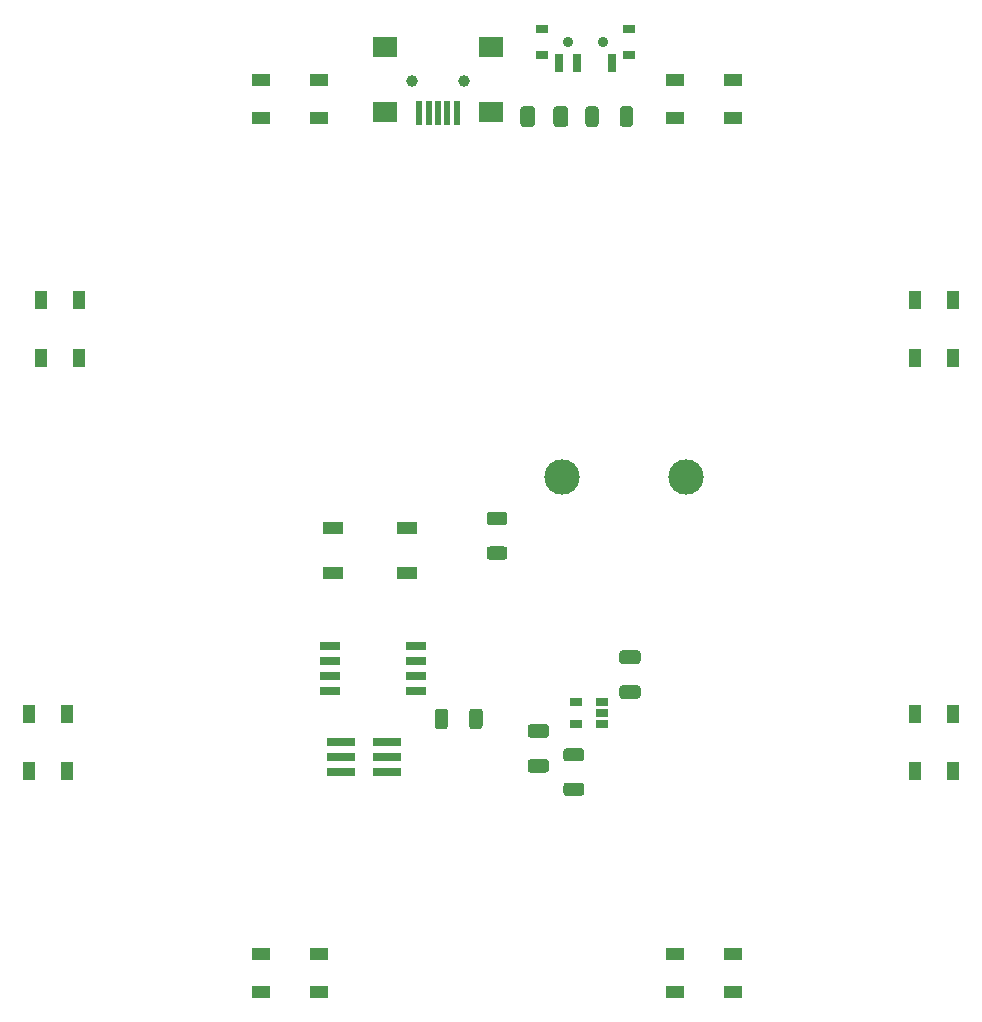
<source format=gts>
G04 #@! TF.GenerationSoftware,KiCad,Pcbnew,(5.1.8)-1*
G04 #@! TF.CreationDate,2021-04-18T14:37:25+02:00*
G04 #@! TF.ProjectId,Coaster_LiPo,436f6173-7465-4725-9f4c-69506f2e6b69,D*
G04 #@! TF.SameCoordinates,Original*
G04 #@! TF.FileFunction,Soldermask,Top*
G04 #@! TF.FilePolarity,Negative*
%FSLAX46Y46*%
G04 Gerber Fmt 4.6, Leading zero omitted, Abs format (unit mm)*
G04 Created by KiCad (PCBNEW (5.1.8)-1) date 2021-04-18 14:37:25*
%MOMM*%
%LPD*%
G01*
G04 APERTURE LIST*
%ADD10R,1.700000X1.000000*%
%ADD11R,1.700000X0.650000*%
%ADD12R,0.500000X2.000000*%
%ADD13R,2.000000X1.700000*%
%ADD14C,1.000000*%
%ADD15R,2.400000X0.740000*%
%ADD16R,1.060000X0.650000*%
%ADD17C,3.000000*%
%ADD18R,1.000000X1.500000*%
%ADD19R,1.500000X1.000000*%
%ADD20C,0.900000*%
%ADD21R,0.700000X1.500000*%
%ADD22R,1.000000X0.800000*%
G04 APERTURE END LIST*
D10*
X76100000Y-94350000D03*
X82400000Y-94350000D03*
X76100000Y-98150000D03*
X82400000Y-98150000D03*
G36*
G01*
X100599999Y-104700000D02*
X101900001Y-104700000D01*
G75*
G02*
X102150000Y-104949999I0J-249999D01*
G01*
X102150000Y-105600001D01*
G75*
G02*
X101900001Y-105850000I-249999J0D01*
G01*
X100599999Y-105850000D01*
G75*
G02*
X100350000Y-105600001I0J249999D01*
G01*
X100350000Y-104949999D01*
G75*
G02*
X100599999Y-104700000I249999J0D01*
G01*
G37*
G36*
G01*
X100599999Y-107650000D02*
X101900001Y-107650000D01*
G75*
G02*
X102150000Y-107899999I0J-249999D01*
G01*
X102150000Y-108550001D01*
G75*
G02*
X101900001Y-108800000I-249999J0D01*
G01*
X100599999Y-108800000D01*
G75*
G02*
X100350000Y-108550001I0J249999D01*
G01*
X100350000Y-107899999D01*
G75*
G02*
X100599999Y-107650000I249999J0D01*
G01*
G37*
D11*
X83150000Y-108155000D03*
X83150000Y-106885000D03*
X83150000Y-105615000D03*
X83150000Y-104345000D03*
X75850000Y-104345000D03*
X75850000Y-105615000D03*
X75850000Y-106885000D03*
X75850000Y-108155000D03*
D12*
X86600000Y-59200000D03*
X85800000Y-59200000D03*
X85000000Y-59200000D03*
X84200000Y-59200000D03*
X83400000Y-59200000D03*
D13*
X89450000Y-59100000D03*
X89450000Y-53650000D03*
X80550000Y-59100000D03*
X80550000Y-53650000D03*
D14*
X87200000Y-56500000D03*
X82800000Y-56500000D03*
G36*
G01*
X94150001Y-112100000D02*
X92849999Y-112100000D01*
G75*
G02*
X92600000Y-111850001I0J249999D01*
G01*
X92600000Y-111199999D01*
G75*
G02*
X92849999Y-110950000I249999J0D01*
G01*
X94150001Y-110950000D01*
G75*
G02*
X94400000Y-111199999I0J-249999D01*
G01*
X94400000Y-111850001D01*
G75*
G02*
X94150001Y-112100000I-249999J0D01*
G01*
G37*
G36*
G01*
X94150001Y-115050000D02*
X92849999Y-115050000D01*
G75*
G02*
X92600000Y-114800001I0J249999D01*
G01*
X92600000Y-114149999D01*
G75*
G02*
X92849999Y-113900000I249999J0D01*
G01*
X94150001Y-113900000D01*
G75*
G02*
X94400000Y-114149999I0J-249999D01*
G01*
X94400000Y-114800001D01*
G75*
G02*
X94150001Y-115050000I-249999J0D01*
G01*
G37*
D15*
X80700000Y-115020000D03*
X76800000Y-115020000D03*
X80700000Y-113750000D03*
X76800000Y-113750000D03*
X80700000Y-112480000D03*
X76800000Y-112480000D03*
G36*
G01*
X100400000Y-60125003D02*
X100400000Y-58874997D01*
G75*
G02*
X100649997Y-58625000I249997J0D01*
G01*
X101275003Y-58625000D01*
G75*
G02*
X101525000Y-58874997I0J-249997D01*
G01*
X101525000Y-60125003D01*
G75*
G02*
X101275003Y-60375000I-249997J0D01*
G01*
X100649997Y-60375000D01*
G75*
G02*
X100400000Y-60125003I0J249997D01*
G01*
G37*
G36*
G01*
X97475000Y-60125003D02*
X97475000Y-58874997D01*
G75*
G02*
X97724997Y-58625000I249997J0D01*
G01*
X98350003Y-58625000D01*
G75*
G02*
X98600000Y-58874997I0J-249997D01*
G01*
X98600000Y-60125003D01*
G75*
G02*
X98350003Y-60375000I-249997J0D01*
G01*
X97724997Y-60375000D01*
G75*
G02*
X97475000Y-60125003I0J249997D01*
G01*
G37*
G36*
G01*
X95874997Y-112975000D02*
X97125003Y-112975000D01*
G75*
G02*
X97375000Y-113224997I0J-249997D01*
G01*
X97375000Y-113850003D01*
G75*
G02*
X97125003Y-114100000I-249997J0D01*
G01*
X95874997Y-114100000D01*
G75*
G02*
X95625000Y-113850003I0J249997D01*
G01*
X95625000Y-113224997D01*
G75*
G02*
X95874997Y-112975000I249997J0D01*
G01*
G37*
G36*
G01*
X95874997Y-115900000D02*
X97125003Y-115900000D01*
G75*
G02*
X97375000Y-116149997I0J-249997D01*
G01*
X97375000Y-116775003D01*
G75*
G02*
X97125003Y-117025000I-249997J0D01*
G01*
X95874997Y-117025000D01*
G75*
G02*
X95625000Y-116775003I0J249997D01*
G01*
X95625000Y-116149997D01*
G75*
G02*
X95874997Y-115900000I249997J0D01*
G01*
G37*
G36*
G01*
X87650000Y-111125003D02*
X87650000Y-109874997D01*
G75*
G02*
X87899997Y-109625000I249997J0D01*
G01*
X88525003Y-109625000D01*
G75*
G02*
X88775000Y-109874997I0J-249997D01*
G01*
X88775000Y-111125003D01*
G75*
G02*
X88525003Y-111375000I-249997J0D01*
G01*
X87899997Y-111375000D01*
G75*
G02*
X87650000Y-111125003I0J249997D01*
G01*
G37*
G36*
G01*
X84725000Y-111125003D02*
X84725000Y-109874997D01*
G75*
G02*
X84974997Y-109625000I249997J0D01*
G01*
X85600003Y-109625000D01*
G75*
G02*
X85850000Y-109874997I0J-249997D01*
G01*
X85850000Y-111125003D01*
G75*
G02*
X85600003Y-111375000I-249997J0D01*
G01*
X84974997Y-111375000D01*
G75*
G02*
X84725000Y-111125003I0J249997D01*
G01*
G37*
G36*
G01*
X90625003Y-97025000D02*
X89374997Y-97025000D01*
G75*
G02*
X89125000Y-96775003I0J249997D01*
G01*
X89125000Y-96149997D01*
G75*
G02*
X89374997Y-95900000I249997J0D01*
G01*
X90625003Y-95900000D01*
G75*
G02*
X90875000Y-96149997I0J-249997D01*
G01*
X90875000Y-96775003D01*
G75*
G02*
X90625003Y-97025000I-249997J0D01*
G01*
G37*
G36*
G01*
X90625003Y-94100000D02*
X89374997Y-94100000D01*
G75*
G02*
X89125000Y-93850003I0J249997D01*
G01*
X89125000Y-93224997D01*
G75*
G02*
X89374997Y-92975000I249997J0D01*
G01*
X90625003Y-92975000D01*
G75*
G02*
X90875000Y-93224997I0J-249997D01*
G01*
X90875000Y-93850003D01*
G75*
G02*
X90625003Y-94100000I-249997J0D01*
G01*
G37*
D16*
X98850000Y-110950000D03*
X98850000Y-110000000D03*
X98850000Y-109050000D03*
X96650000Y-109050000D03*
X96650000Y-110950000D03*
D17*
X106000000Y-90000000D03*
X95500000Y-90000000D03*
D18*
X54600000Y-75050000D03*
X51400000Y-75050000D03*
X54600000Y-79950000D03*
X51400000Y-79950000D03*
D19*
X70050000Y-56400000D03*
X70050000Y-59600000D03*
X74950000Y-56400000D03*
X74950000Y-59600000D03*
X109950000Y-59600000D03*
X109950000Y-56400000D03*
X105050000Y-59600000D03*
X105050000Y-56400000D03*
D18*
X128600000Y-75050000D03*
X125400000Y-75050000D03*
X128600000Y-79950000D03*
X125400000Y-79950000D03*
D20*
X99000000Y-53170000D03*
X96000000Y-53170000D03*
D21*
X99750000Y-54930000D03*
X96750000Y-54930000D03*
X95250000Y-54930000D03*
D22*
X101150000Y-52070000D03*
X93850000Y-52070000D03*
X93850000Y-54280000D03*
X101150000Y-54280000D03*
G36*
G01*
X96025000Y-58875000D02*
X96025000Y-60125000D01*
G75*
G02*
X95775000Y-60375000I-250000J0D01*
G01*
X95025000Y-60375000D01*
G75*
G02*
X94775000Y-60125000I0J250000D01*
G01*
X94775000Y-58875000D01*
G75*
G02*
X95025000Y-58625000I250000J0D01*
G01*
X95775000Y-58625000D01*
G75*
G02*
X96025000Y-58875000I0J-250000D01*
G01*
G37*
G36*
G01*
X93225000Y-58875000D02*
X93225000Y-60125000D01*
G75*
G02*
X92975000Y-60375000I-250000J0D01*
G01*
X92225000Y-60375000D01*
G75*
G02*
X91975000Y-60125000I0J250000D01*
G01*
X91975000Y-58875000D01*
G75*
G02*
X92225000Y-58625000I250000J0D01*
G01*
X92975000Y-58625000D01*
G75*
G02*
X93225000Y-58875000I0J-250000D01*
G01*
G37*
D18*
X128600000Y-110050000D03*
X125400000Y-110050000D03*
X128600000Y-114950000D03*
X125400000Y-114950000D03*
D19*
X105050000Y-130400000D03*
X105050000Y-133600000D03*
X109950000Y-130400000D03*
X109950000Y-133600000D03*
X74950000Y-133600000D03*
X74950000Y-130400000D03*
X70050000Y-133600000D03*
X70050000Y-130400000D03*
D18*
X53600000Y-110050000D03*
X50400000Y-110050000D03*
X53600000Y-114950000D03*
X50400000Y-114950000D03*
M02*

</source>
